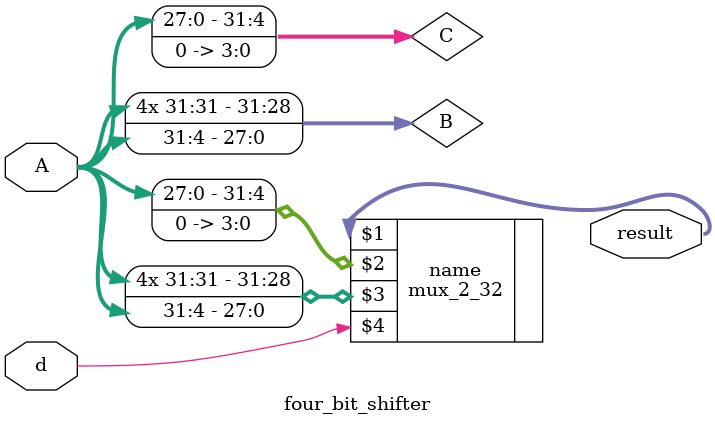
<source format=v>
module four_bit_shifter(A, d, result);
	
	input [31:0] A;
	input d;
	output[31:0] result;
	wire [31:0] B, C;

	assign B[31] = A[31];
	assign B[30] = A[31];
	assign B[29] = A[31];
	assign B[28] = A[31]; 
	assign B[27] = A[31];
	assign B[26] = A[30]; 
	assign B[25] = A[29];
	assign B[24] = A[28]; 
	assign B[23] = A[27];
	assign B[22] = A[26]; 
	assign B[21] = A[25];
	assign B[20] = A[24]; 
	assign B[19] = A[23];
	assign B[18] = A[22]; 
	assign B[17] = A[21];
	assign B[16] = A[20]; 
	assign B[15] = A[19];
	assign B[14] = A[18]; 
	assign B[13] = A[17];
	assign B[12] = A[16]; 
	assign B[11] = A[15];
	assign B[10] = A[14]; 
	assign B[9] = A[13];
	assign B[8] = A[12]; 
	assign B[7] = A[11];
	assign B[6] = A[10]; 
	assign B[5] = A[9];
	assign B[4] = A[8];
	assign B[3] = A[7];
	assign B[2] = A[6]; 
	assign B[1] = A[5];
	assign B[0] = A[4]; 

	assign C[31] = A[27];
	assign C[30] = A[26];
	assign C[29] = A[25];
	assign C[28] = A[24]; 
	assign C[27] = A[23];
	assign C[26] = A[22]; 
	assign C[25] = A[21];
	assign C[24] = A[20]; 
	assign C[23] = A[19];
	assign C[22] = A[18]; 
	assign C[21] = A[17];
	assign C[20] = A[16]; 
	assign C[19] = A[15];
	assign C[18] = A[14]; 
	assign C[17] = A[13];
	assign C[16] = A[12]; 
	assign C[15] = A[11];
	assign C[14] = A[10]; 
	assign C[13] = A[9];
	assign C[12] = A[8]; 
	assign C[11] = A[7];
	assign C[10] = A[6]; 
	assign C[9] = A[5];
	assign C[8] = A[4]; 
	assign C[7] = A[3];
	assign C[6] = A[2]; 
	assign C[5] = A[1];
	assign C[4] = A[0];
	assign C[3] = 1'b0;
	assign C[2] = 1'b0; 
	assign C[1] = 1'b0;
	assign C[0] = 1'b0; 

	mux_2_32 name(result, C, B, d);

endmodule
</source>
